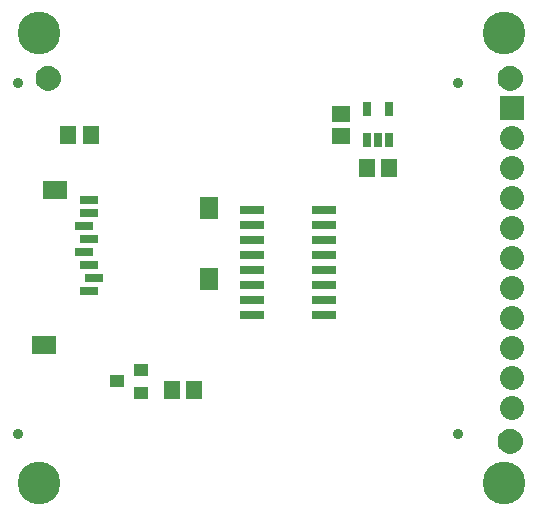
<source format=gbr>
G04 EAGLE Gerber RS-274X export*
G75*
%MOMM*%
%FSLAX34Y34*%
%LPD*%
%INSoldermask Top*%
%IPPOS*%
%AMOC8*
5,1,8,0,0,1.08239X$1,22.5*%
G01*
%ADD10R,2.133600X0.762000*%
%ADD11R,2.001600X1.501600*%
%ADD12R,1.501600X1.901600*%
%ADD13R,1.601600X0.801600*%
%ADD14R,0.651600X1.301600*%
%ADD15R,1.401600X1.601600*%
%ADD16R,1.601600X1.401600*%
%ADD17C,3.617600*%
%ADD18C,0.901600*%
%ADD19R,2.032000X2.032000*%
%ADD20C,2.032000*%
%ADD21R,1.301600X1.101600*%

G36*
X425972Y307020D02*
X425972Y307020D01*
X426015Y307032D01*
X426081Y307039D01*
X427764Y307490D01*
X427805Y307509D01*
X427868Y307528D01*
X429448Y308265D01*
X429485Y308291D01*
X429544Y308320D01*
X430972Y309320D01*
X431003Y309352D01*
X431056Y309391D01*
X432289Y310624D01*
X432314Y310660D01*
X432360Y310708D01*
X433360Y312136D01*
X433378Y312177D01*
X433415Y312232D01*
X434152Y313812D01*
X434163Y313855D01*
X434190Y313916D01*
X434641Y315599D01*
X434643Y315631D01*
X434650Y315652D01*
X434650Y315667D01*
X434660Y315708D01*
X434812Y317445D01*
X434808Y317489D01*
X434812Y317555D01*
X434660Y319292D01*
X434648Y319335D01*
X434641Y319401D01*
X434190Y321084D01*
X434171Y321125D01*
X434152Y321188D01*
X433415Y322768D01*
X433389Y322805D01*
X433360Y322864D01*
X432360Y324292D01*
X432328Y324323D01*
X432289Y324376D01*
X431056Y325609D01*
X431020Y325634D01*
X430972Y325680D01*
X429544Y326680D01*
X429503Y326698D01*
X429448Y326735D01*
X427868Y327472D01*
X427825Y327483D01*
X427764Y327510D01*
X426081Y327961D01*
X426036Y327964D01*
X425972Y327980D01*
X424235Y328132D01*
X424191Y328128D01*
X424125Y328132D01*
X422388Y327980D01*
X422345Y327968D01*
X422279Y327961D01*
X420596Y327510D01*
X420555Y327491D01*
X420492Y327472D01*
X418912Y326735D01*
X418875Y326709D01*
X418816Y326680D01*
X417388Y325680D01*
X417357Y325648D01*
X417304Y325609D01*
X416071Y324376D01*
X416046Y324340D01*
X416000Y324292D01*
X415000Y322864D01*
X414982Y322823D01*
X414945Y322768D01*
X414208Y321188D01*
X414197Y321145D01*
X414170Y321084D01*
X413719Y319401D01*
X413716Y319356D01*
X413700Y319292D01*
X413548Y317555D01*
X413552Y317511D01*
X413548Y317445D01*
X413700Y315708D01*
X413712Y315665D01*
X413716Y315631D01*
X413716Y315615D01*
X413718Y315610D01*
X413719Y315599D01*
X414170Y313916D01*
X414189Y313875D01*
X414208Y313812D01*
X414945Y312232D01*
X414971Y312195D01*
X415000Y312136D01*
X416000Y310708D01*
X416032Y310677D01*
X416071Y310624D01*
X417304Y309391D01*
X417340Y309366D01*
X417388Y309320D01*
X418816Y308320D01*
X418857Y308302D01*
X418912Y308265D01*
X420492Y307528D01*
X420535Y307517D01*
X420596Y307490D01*
X422279Y307039D01*
X422324Y307036D01*
X422388Y307020D01*
X424125Y306868D01*
X424169Y306872D01*
X424235Y306868D01*
X425972Y307020D01*
G37*
G36*
X34812Y307020D02*
X34812Y307020D01*
X34855Y307032D01*
X34921Y307039D01*
X36604Y307490D01*
X36645Y307509D01*
X36708Y307528D01*
X38288Y308265D01*
X38325Y308291D01*
X38384Y308320D01*
X39812Y309320D01*
X39843Y309352D01*
X39896Y309391D01*
X41129Y310624D01*
X41154Y310660D01*
X41200Y310708D01*
X42200Y312136D01*
X42218Y312177D01*
X42255Y312232D01*
X42992Y313812D01*
X43003Y313855D01*
X43030Y313916D01*
X43481Y315599D01*
X43483Y315631D01*
X43490Y315652D01*
X43490Y315667D01*
X43500Y315708D01*
X43652Y317445D01*
X43648Y317489D01*
X43652Y317555D01*
X43500Y319292D01*
X43488Y319335D01*
X43481Y319401D01*
X43030Y321084D01*
X43011Y321125D01*
X42992Y321188D01*
X42255Y322768D01*
X42229Y322805D01*
X42200Y322864D01*
X41200Y324292D01*
X41168Y324323D01*
X41129Y324376D01*
X39896Y325609D01*
X39860Y325634D01*
X39812Y325680D01*
X38384Y326680D01*
X38343Y326698D01*
X38288Y326735D01*
X36708Y327472D01*
X36665Y327483D01*
X36604Y327510D01*
X34921Y327961D01*
X34876Y327964D01*
X34812Y327980D01*
X33075Y328132D01*
X33031Y328128D01*
X32965Y328132D01*
X31228Y327980D01*
X31185Y327968D01*
X31119Y327961D01*
X29436Y327510D01*
X29395Y327491D01*
X29332Y327472D01*
X27752Y326735D01*
X27715Y326709D01*
X27656Y326680D01*
X26228Y325680D01*
X26197Y325648D01*
X26144Y325609D01*
X24911Y324376D01*
X24886Y324340D01*
X24840Y324292D01*
X23840Y322864D01*
X23822Y322823D01*
X23785Y322768D01*
X23048Y321188D01*
X23037Y321145D01*
X23010Y321084D01*
X22559Y319401D01*
X22556Y319356D01*
X22540Y319292D01*
X22388Y317555D01*
X22392Y317511D01*
X22388Y317445D01*
X22540Y315708D01*
X22552Y315665D01*
X22556Y315631D01*
X22556Y315615D01*
X22558Y315610D01*
X22559Y315599D01*
X23010Y313916D01*
X23029Y313875D01*
X23048Y313812D01*
X23785Y312232D01*
X23811Y312195D01*
X23840Y312136D01*
X24840Y310708D01*
X24872Y310677D01*
X24911Y310624D01*
X26144Y309391D01*
X26180Y309366D01*
X26228Y309320D01*
X27656Y308320D01*
X27697Y308302D01*
X27752Y308265D01*
X29332Y307528D01*
X29375Y307517D01*
X29436Y307490D01*
X31119Y307039D01*
X31164Y307036D01*
X31228Y307020D01*
X32965Y306868D01*
X33009Y306872D01*
X33075Y306868D01*
X34812Y307020D01*
G37*
G36*
X425972Y-320D02*
X425972Y-320D01*
X426015Y-308D01*
X426081Y-301D01*
X427764Y150D01*
X427805Y169D01*
X427868Y188D01*
X429448Y925D01*
X429485Y951D01*
X429544Y980D01*
X430972Y1980D01*
X431003Y2012D01*
X431056Y2051D01*
X432289Y3284D01*
X432314Y3320D01*
X432360Y3368D01*
X433360Y4796D01*
X433378Y4837D01*
X433415Y4892D01*
X434152Y6472D01*
X434163Y6515D01*
X434190Y6576D01*
X434641Y8259D01*
X434643Y8291D01*
X434650Y8312D01*
X434650Y8327D01*
X434660Y8368D01*
X434812Y10105D01*
X434808Y10149D01*
X434812Y10215D01*
X434660Y11952D01*
X434648Y11995D01*
X434641Y12061D01*
X434190Y13744D01*
X434171Y13785D01*
X434152Y13848D01*
X433415Y15428D01*
X433389Y15465D01*
X433360Y15524D01*
X432360Y16952D01*
X432328Y16983D01*
X432289Y17036D01*
X431056Y18269D01*
X431020Y18294D01*
X430972Y18340D01*
X429544Y19340D01*
X429503Y19358D01*
X429448Y19395D01*
X427868Y20132D01*
X427825Y20143D01*
X427764Y20170D01*
X426081Y20621D01*
X426036Y20624D01*
X425972Y20640D01*
X424235Y20792D01*
X424191Y20788D01*
X424125Y20792D01*
X422388Y20640D01*
X422345Y20628D01*
X422279Y20621D01*
X420596Y20170D01*
X420555Y20151D01*
X420492Y20132D01*
X418912Y19395D01*
X418875Y19369D01*
X418816Y19340D01*
X417388Y18340D01*
X417357Y18308D01*
X417304Y18269D01*
X416071Y17036D01*
X416046Y17000D01*
X416000Y16952D01*
X415000Y15524D01*
X414982Y15483D01*
X414945Y15428D01*
X414208Y13848D01*
X414197Y13805D01*
X414170Y13744D01*
X413719Y12061D01*
X413716Y12016D01*
X413700Y11952D01*
X413548Y10215D01*
X413552Y10171D01*
X413548Y10105D01*
X413700Y8368D01*
X413712Y8325D01*
X413716Y8291D01*
X413716Y8275D01*
X413718Y8270D01*
X413719Y8259D01*
X414170Y6576D01*
X414189Y6535D01*
X414208Y6472D01*
X414945Y4892D01*
X414971Y4855D01*
X415000Y4796D01*
X416000Y3368D01*
X416032Y3337D01*
X416071Y3284D01*
X417304Y2051D01*
X417340Y2026D01*
X417388Y1980D01*
X418816Y980D01*
X418857Y962D01*
X418912Y925D01*
X420492Y188D01*
X420535Y177D01*
X420596Y150D01*
X422279Y-301D01*
X422324Y-304D01*
X422388Y-320D01*
X424125Y-472D01*
X424169Y-468D01*
X424235Y-472D01*
X425972Y-320D01*
G37*
D10*
X205486Y205740D03*
X266954Y205740D03*
X205486Y193040D03*
X205486Y180340D03*
X266954Y193040D03*
X266954Y180340D03*
X205486Y167640D03*
X266954Y167640D03*
X205486Y154940D03*
X266954Y154940D03*
X205486Y142240D03*
X205486Y129540D03*
X266954Y142240D03*
X266954Y129540D03*
X205486Y116840D03*
X266954Y116840D03*
D11*
X38590Y223330D03*
X29590Y91330D03*
D12*
X169590Y207330D03*
X169590Y147330D03*
D13*
X67590Y214330D03*
X67590Y203330D03*
X63590Y192330D03*
X67590Y181330D03*
X63590Y170330D03*
X67590Y159330D03*
X71590Y148330D03*
X67590Y137330D03*
D14*
X302920Y265130D03*
X312420Y265130D03*
X321920Y265130D03*
X321920Y291130D03*
X302920Y291130D03*
D15*
X321920Y241300D03*
X302920Y241300D03*
D16*
X280670Y287630D03*
X280670Y268630D03*
D15*
X50190Y269240D03*
X69190Y269240D03*
D17*
X25400Y355600D03*
X25400Y-25400D03*
X419100Y355600D03*
X419100Y-25400D03*
D18*
X7620Y16510D03*
X7620Y313690D03*
X379730Y16510D03*
X379730Y313690D03*
D19*
X425450Y292100D03*
D20*
X425450Y266700D03*
X425450Y241300D03*
X425450Y215900D03*
X425450Y190500D03*
X425450Y165100D03*
X425450Y139700D03*
X425450Y114300D03*
X425450Y88900D03*
X425450Y63500D03*
X425450Y38100D03*
D15*
X137820Y53340D03*
X156820Y53340D03*
D21*
X91600Y60960D03*
X111600Y70460D03*
X111600Y51460D03*
M02*

</source>
